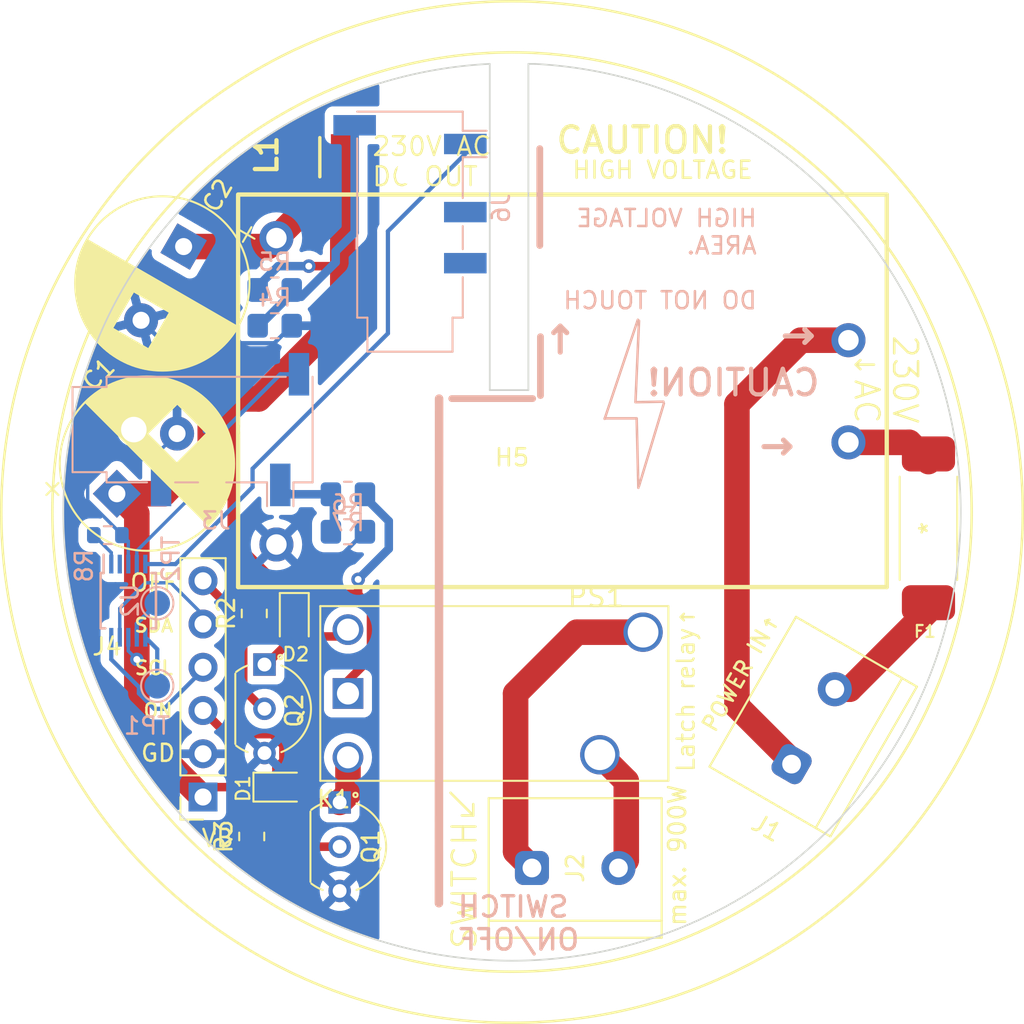
<source format=kicad_pcb>
(kicad_pcb (version 20221018) (generator pcbnew)
  (layers (0 "F.Cu" signal) (31 "B.Cu" signal) (34 "B.Paste" user) (35 "F.Paste" user) (36 "B.SilkS" user "B.Silkscreen") (37 "F.SilkS" user "F.Silkscreen") (38 "B.Mask" user) (39 "F.Mask" user) (44 "Edge.Cuts" user))
  (net 0 "")
  (net 1 "Net-(PS1-+Vout)")
  (net 2 "GND")
  (net 3 "/AC (N)")
  (net 4 "Net-(D1-A)")
  (net 5 "+3V3")
  (net 6 "Net-(D2-A)")
  (net 7 "Net-(J2-Pin_1)")
  (net 8 "Net-(J2-Pin_2)")
  (net 9 "Net-(Q1-B)")
  (net 10 "Net-(Q2-B)")
  (net 11 "/RELAIS_ON")
  (net 12 "/SCL")
  (net 13 "/SDA")
  (net 14 "/RELAIS_OFF")
  (net 15 "/AC (L)")
  (net 16 "Net-(PS1-AC{slash}L)")
  (net 17 "Net-(U2-ADDR)")
  (net 18 "Net-(U2-AIN0)")
  (net 19 "Net-(U2-AIN1)")
  (net 24 "Net-(J3-PadT)")
  (net 26 "Net-(J6-PadS)")
  (net 27 "Net-(U2-AIN2)")
  (net 28 "Net-(U2-AIN3)")
  (footprint "footprint:BC547B" (layer "F.Cu") (at 126.41355 102.4 -90)
    (fp_text reference "Q1" (at 2.6 -1.83645 90) (layer "F.SilkS"))
    (fp_text value "Q_NPN_CBE" hide)
    (pad "1" thru_hole rect (at 0 0 270) (size 1.3208 1.3208) (drill 0.8128) (layers "*.Cu" "*.Mask") (net 4 "Net-(D1-A)"))
    (pad "2" thru_hole circle (at 2.6 0 270) (size 1.3208 1.3208) (drill 0.8128) (layers "*.Cu" "*.Mask") (net 9 "Net-(Q1-B)"))
    (pad "3" thru_hole circle (at 5.2 0 270) (size 1.3208 1.3208) (drill 0.8128) (layers "*.Cu" "*.Mask") (net 2 "GND"))
  )
  (footprint "Resistor_SMD:R_0805_2012Metric_Pad1.20x1.40mm_HandSolder" (layer "F.Cu") (at 121.4 91.3 90)
    (fp_text reference "R2" (at 0 -1.65 90) (layer "F.SilkS"))
    (fp_text value "430Ω")
    (pad "1" smd roundrect (at -1 0 90) (size 1.2 1.4) (layers "F.Cu" "F.Paste" "F.Mask") (roundrect_rratio 0.208333) (net 10 "Net-(Q2-B)"))
    (pad "2" smd roundrect (at 1 0 90) (size 1.2 1.4) (layers "F.Cu" "F.Paste" "F.Mask") (roundrect_rratio 0.208333) (net 14 "/RELAIS_OFF"))
  )
  (footprint "Diode_SMD:D_SOD-323" (layer "F.Cu") (at 123.75 91.6 -90)
    (fp_text reference "D2" (at 2.1 -0.09) (layer "F.SilkS") (effects (font (size 0.8 0.8) (thickness 0.13))))
    (fp_text value "1N4148" hide)
    (pad "1" smd rect (at -1.05 0 270) (size 0.6 0.45) (layers "F.Cu" "F.Paste" "F.Mask") (net 5 "+3V3"))
    (pad "2" smd rect (at 1.05 0 270) (size 0.6 0.45) (layers "F.Cu" "F.Paste" "F.Mask") (net 6 "Net-(D2-A)"))
  )
  (footprint "footprint:Conn_C8269" (layer "F.Cu") (at 140.25 106.25)
    (fp_text reference "J2" (at 0 0 90) (layer "F.SilkS") (effects (font (size 1.002039 1.002039))))
    (fp_text value "ON/OFF switch")
    (pad "1" thru_hole roundrect (at -2.54 0) (size 2 2) (drill 1.1) (layers "*.Cu" "*.Mask") (net 7 "Net-(J2-Pin_1)"))
    (pad "2" thru_hole circle (at 2.54 0) (size 2 2) (drill 1.1) (layers "*.Cu" "*.Mask") (net 8 "Net-(J2-Pin_2)"))
  )
  (footprint "footprint:Conn_C8269" (layer "F.Cu") (at 154.23 97.949705 60)
    (fp_text reference "J1" (at -6.518107 0.610898 150) (layer "F.SilkS") (effects (font (size 1.002039 1.002039))))
    (fp_text value "AC MAINS POWER")
    (pad "1" thru_hole roundrect (at -2.54 0 60) (size 2 2) (drill 1.1) (layers "*.Cu" "*.Mask") (net 3 "/AC (N)"))
    (pad "2" thru_hole circle (at 2.54 0 60) (size 2 2) (drill 1.1) (layers "*.Cu" "*.Mask") (net 15 "/AC (L)"))
  )
  (footprint "Resistor_SMD:R_0805_2012Metric_Pad1.20x1.40mm_HandSolder" (layer "F.Cu") (at 121.25 104.4 90)
    (fp_text reference "R3" (at 0 -1.65 90) (layer "F.SilkS"))
    (fp_text value "430Ω")
    (pad "1" smd roundrect (at -1 0 90) (size 1.2 1.4) (layers "F.Cu" "F.Paste" "F.Mask") (roundrect_rratio 0.208333) (net 9 "Net-(Q1-B)"))
    (pad "2" smd roundrect (at 1 0 90) (size 1.2 1.4) (layers "F.Cu" "F.Paste" "F.Mask") (roundrect_rratio 0.208333) (net 11 "/RELAIS_ON"))
  )
  (footprint "footprint:BC547B" (layer "F.Cu") (at 122 94.3 -90)
    (fp_text reference "Q2" (at 2.7 -1.75 90) (layer "F.SilkS"))
    (fp_text value "Q_NPN_CBE" hide)
    (pad "1" thru_hole rect (at 0 0 270) (size 1.3208 1.3208) (drill 0.8128) (layers "*.Cu" "*.Mask") (net 6 "Net-(D2-A)"))
    (pad "2" thru_hole circle (at 2.6 0 270) (size 1.3208 1.3208) (drill 0.8128) (layers "*.Cu" "*.Mask") (net 10 "Net-(Q2-B)"))
    (pad "3" thru_hole circle (at 5.2 0 270) (size 1.3208 1.3208) (drill 0.8128) (layers "*.Cu" "*.Mask") (net 2 "GND"))
  )
  (footprint "footprint:FH44L-1AT-L2-DC3V" (layer "F.Cu") (at 126.9035 96 90)
    (fp_text reference "K1" (at -6.22 -0.84 180) (layer "F.SilkS"))
    (fp_text value "HF163-F" hide)
    (pad "1" thru_hole circle (at -3.75 0 90) (size 1.8034 1.8034) (drill 1.2954) (layers "*.Cu" "*.Mask") (net 4 "Net-(D1-A)"))
    (pad "2" thru_hole rect (at 0 0 90) (size 1.8034 1.8034) (drill 1.2954) (layers "*.Cu" "*.Mask") (net 5 "+3V3"))
    (pad "3" thru_hole circle (at 3.75 0 90) (size 1.8034 1.8034) (drill 1.2954) (layers "*.Cu" "*.Mask") (net 6 "Net-(D2-A)"))
    (pad "4" thru_hole circle (at 3.6 17.333 90) (size 2.3114 2.3114) (drill 1.8034) (layers "*.Cu" "*.Mask") (net 7 "Net-(J2-Pin_1)"))
    (pad "5" thru_hole circle (at -3.6 14.793 90) (size 2.3114 2.3114) (drill 1.8034) (layers "*.Cu" "*.Mask") (net 8 "Net-(J2-Pin_2)"))
  )
  (footprint "Capacitor_THT:CP_Radial_D10.0mm_P5.00mm" (layer "F.Cu") (at 117.25 69.75 -120)
    (fp_text reference "C2" (at -3.598076 -0.232051 60) (layer "F.SilkS"))
    (fp_text value "470uF")
    (pad "1" thru_hole rect (at 0 0 240) (size 2 2) (drill 1) (layers "*.Cu" "*.Mask") (net 1 "Net-(PS1-+Vout)"))
    (pad "2" thru_hole circle (at 5 0 240) (size 2 2) (drill 1) (layers "*.Cu" "*.Mask") (net 2 "GND"))
  )
  (footprint "footprint:0443001.DR" (layer "F.Cu") (at 161 86.3 90)
    (fp_text reference "F1" (at -6.06 -0.21) (layer "F.SilkS") (effects (font (size 0.7 0.7) (thickness 0.13))))
    (fp_text value "Fuse" hide)
    (fp_text user "*" (at 0 0 90) (layer "F.SilkS"))
    (pad "1" smd roundrect (at -4.3688 0 90) (size 2.0574 3.1242) (layers "F.Cu" "F.Paste" "F.Mask") (net 15 "/AC (L)"))
    (pad "2" smd roundrect (at 4.3688 0 90) (size 2.0574 3.1242) (layers "F.Cu" "F.Paste" "F.Mask") (net 16 "Net-(PS1-AC{slash}L)"))
  )
  (footprint "Diode_SMD:D_SOD-323" (layer "F.Cu") (at 122.85 101.5)
    (fp_text reference "D1" (at -2.11 0.09 90) (layer "F.SilkS") (effects (font (size 0.8 0.8) (thickness 0.13))))
    (fp_text value "1N4148")
    (pad "1" smd rect (at -1.05 0) (size 0.6 0.45) (layers "F.Cu" "F.Paste" "F.Mask") (net 5 "+3V3"))
    (pad "2" smd rect (at 1.05 0) (size 0.6 0.45) (layers "F.Cu" "F.Paste" "F.Mask") (net 4 "Net-(D1-A)"))
  )
  (footprint "Capacitor_THT:CP_Radial_D10.0mm_P5.00mm" (layer "F.Cu") (at 113.328546 84.267767 45)
    (fp_text reference "C1" (at 4.199663 -5.724958 45) (layer "F.SilkS"))
    (fp_text value "470uF")
    (pad "1" thru_hole rect (at 0 0 45) (size 2 2) (drill 1) (layers "*.Cu" "*.Mask") (net 5 "+3V3"))
    (pad "2" thru_hole circle (at 5 0 45) (size 2 2) (drill 1) (layers "*.Cu" "*.Mask") (net 2 "GND"))
  )
  (footprint "footprint:IND_BRL3225T4R7M" (layer "F.Cu") (at 125.25 64.5)
    (fp_text reference "L1" (at -3.12 -0.12 90) (layer "F.SilkS") (effects (font (size 1.27 1.27) (thickness 0.254))))
    (fp_text value "L" hide)
    (pad "1" smd rect (at -1.35 0) (size 1.4 2.7) (layers "F.Cu" "F.Paste" "F.Mask") (net 1 "Net-(PS1-+Vout)"))
    (pad "2" smd rect (at 1.35 0) (size 1.4 2.7) (layers "F.Cu" "F.Paste" "F.Mask") (net 5 "+3V3"))
  )
  (footprint "Connector_PinSocket_2.54mm:PinSocket_1x06_P2.54mm_Vertical" (layer "F.Cu") (at 118.3892 102.0817 180)
    (fp_text reference "J4" (at 5.6392 8.8317) (layer "F.SilkS"))
    (fp_text value "Conn_01x06_Pin")
    (pad "1" thru_hole rect (at 0 0 180) (size 1.7 1.7) (drill 1) (layers "*.Cu" "*.Mask") (net 5 "+3V3"))
    (pad "2" thru_hole oval (at 0 2.54 180) (size 1.7 1.7) (drill 1) (layers "*.Cu" "*.Mask") (net 2 "GND"))
    (pad "3" thru_hole oval (at 0 5.08 180) (size 1.7 1.7) (drill 1) (layers "*.Cu" "*.Mask") (net 11 "/RELAIS_ON"))
    (pad "4" thru_hole oval (at 0 7.62 180) (size 1.7 1.7) (drill 1) (layers "*.Cu" "*.Mask") (net 12 "/SCL"))
    (pad "5" thru_hole oval (at 0 10.16 180) (size 1.7 1.7) (drill 1) (layers "*.Cu" "*.Mask") (net 13 "/SDA"))
    (pad "6" thru_hole oval (at 0 12.7 180) (size 1.7 1.7) (drill 1) (layers "*.Cu" "*.Mask") (net 14 "/RELAIS_OFF"))
  )
  (footprint "tp4056:PWRM-TH_HLK-5M05" (layer "F.Cu") (at 139.5 78.25 180)
    (fp_text reference "PS1" (at -0.218 -12.082 180) (layer "F.SilkS") (effects (font (size 1.143 1.143) (thickness 0.152)) (justify left)))
    (fp_text value "HLK-PM03" hide)
    (pad "1" thru_hole circle (at -16.8 -3 180) (size 2 2) (drill 1.2) (layers "*.Cu" "*.Paste" "*.Mask") (net 16 "Net-(PS1-AC{slash}L)"))
    (pad "2" thru_hole circle (at -16.8 3 180) (size 2 2) (drill 1.2) (layers "*.Cu" "*.Paste" "*.Mask") (net 3 "/AC (N)"))
    (pad "3" thru_hole circle (at 16.8 -9 180) (size 2 2) (drill 1.2) (layers "*.Cu" "*.Paste" "*.Mask") (net 2 "GND"))
    (pad "4" thru_hole circle (at 16.8 9 180) (size 2 2) (drill 1.2) (layers "*.Cu" "*.Paste" "*.Mask") (net 1 "Net-(PS1-+Vout)"))
  )
  (footprint "MountingHole:MountingHole_2.1mm" (layer "F.Cu") (at 136.5392 85.3421)
    (fp_text reference "H5" (at 0 -3.2) (layer "F.SilkS"))
    (fp_text value "MountingHole")
    (pad "" np_thru_hole circle (at 0 0) (size 2.1 2.1) (drill 2.1) (layers "*.Cu" "*.Mask"))
  )
  (footprint "TestPoint:TestPoint_Pad_D1.5mm" (layer "B.Cu") (at 115.7 95.55 180)
    (fp_text reference "TP1" (at 0.6 -2.35) (layer "B.SilkS") (effects (justify mirror)))
    (fp_text value "TestPoint")
    (pad "1" smd circle (at 0 0 180) (size 1.5 1.5) (layers "B.Cu" "B.Mask") (net 27 "Net-(U2-AIN2)"))
  )
  (footprint "Resistor_SMD:R_0805_2012Metric_Pad1.20x1.40mm_HandSolder" (layer "B.Cu") (at 126.9 86.5 180)
    (fp_text reference "R6" (at 0 1.65) (layer "B.SilkS") (effects (justify mirror)))
    (fp_text value "430Ω")
    (pad "1" smd roundrect (at -1 0 180) (size 1.2 1.4) (layers "B.Cu" "B.Paste" "B.Mask") (roundrect_rratio 0.208333) (net 2 "GND"))
    (pad "2" smd roundrect (at 1 0 180) (size 1.2 1.4) (layers "B.Cu" "B.Paste" "B.Mask") (roundrect_rratio 0.208333) (net 24 "Net-(J3-PadT)"))
  )
  (footprint "Connector_Audio:Jack_3.5mm_PJ320D_Horizontal" (layer "B.Cu") (at 119.1 80.5)
    (fp_text reference "J3" (at 0.05 5.35) (layer "B.SilkS") (effects (justify mirror)))
    (fp_text value "AudioJack4")
    (pad "" np_thru_hole circle (at -4.775 0) (size 1.5 1.5) (drill 1.5) (layers "*.Cu" "*.Mask"))
    (pad "" np_thru_hole circle (at 2.225 0) (size 1.5 1.5) (drill 1.5) (layers "*.Cu" "*.Mask"))
    (pad "R1" smd rect (at -0.175 3.25) (size 1.2 2.5) (layers "B.Cu" "B.Paste" "B.Mask"))
    (pad "R2" smd rect (at -3.175 3.25) (size 1.2 2.5) (layers "B.Cu" "B.Paste" "B.Mask"))
    (pad "S" smd rect (at 4.925 -3.25) (size 1.2 2.5) (layers "B.Cu" "B.Paste" "B.Mask") (net 18 "Net-(U2-AIN0)"))
    (pad "T" smd rect (at 3.825 3.25) (size 1.2 2.5) (layers "B.Cu" "B.Paste" "B.Mask") (net 24 "Net-(J3-PadT)"))
  )
  (footprint "Resistor_SMD:R_0603_1608Metric" (layer "B.Cu") (at 112.8 86.7)
    (fp_text reference "R8" (at -1.4 1.8 90) (layer "B.SilkS") (effects (justify mirror)))
    (fp_text value "19k")
    (pad "1" smd roundrect (at -0.825 0) (size 0.8 0.95) (layers "B.Cu" "B.Paste" "B.Mask") (net 17 "Net-(U2-ADDR)"))
    (pad "2" smd roundrect (at 0.825 0) (size 0.8 0.95) (layers "B.Cu" "B.Paste" "B.Mask") (net 2 "GND"))
  )
  (footprint "Resistor_SMD:R_0805_2012Metric_Pad1.20x1.40mm_HandSolder" (layer "B.Cu") (at 126.9 84.3)
    (fp_text reference "R7" (at 0 1.65 180) (layer "B.SilkS") (effects (justify mirror)))
    (fp_text value "430Ω")
    (pad "1" smd roundrect (at -1 0) (size 1.2 1.4) (layers "B.Cu" "B.Paste" "B.Mask") (roundrect_rratio 0.208333) (net 24 "Net-(J3-PadT)"))
    (pad "2" smd roundrect (at 1 0) (size 1.2 1.4) (layers "B.Cu" "B.Paste" "B.Mask") (roundrect_rratio 0.208333) (net 5 "+3V3"))
  )
  (footprint "Package_SO:TSSOP-10_3x3mm_P0.5mm" (layer "B.Cu") (at 114 90.55 -90)
    (fp_text reference "U2" (at 0 -0.1 -270) (layer "B.SilkS") (effects (justify mirror)))
    (fp_text value "ADS1115IDGS")
    (pad "1" smd rect (at -2.15 1 270) (size 1.1 0.25) (layers "B.Cu" "B.Paste" "B.Mask") (net 17 "Net-(U2-ADDR)"))
    (pad "2" smd rect (at -2.15 0.5 270) (size 1.1 0.25) (layers "B.Cu" "B.Paste" "B.Mask"))
    (pad "3" smd rect (at -2.15 0 270) (size 1.1 0.25) (layers "B.Cu" "B.Paste" "B.Mask") (net 2 "GND"))
    (pad "4" smd rect (at -2.15 -0.5 270) (size 1.1 0.25) (layers "B.Cu" "B.Paste" "B.Mask") (net 18 "Net-(U2-AIN0)"))
    (pad "5" smd rect (at -2.15 -1 270) (size 1.1 0.25) (layers "B.Cu" "B.Paste" "B.Mask") (net 19 "Net-(U2-AIN1)"))
    (pad "6" smd rect (at 2.15 -1 270) (size 1.1 0.25) (layers "B.Cu" "B.Paste" "B.Mask") (net 27 "Net-(U2-AIN2)"))
    (pad "7" smd rect (at 2.15 -0.5 270) (size 1.1 0.25) (layers "B.Cu" "B.Paste" "B.Mask") (net 28 "Net-(U2-AIN3)"))
    (pad "8" smd rect (at 2.15 0 270) (size 1.1 0.25) (layers "B.Cu" "B.Paste" "B.Mask") (net 5 "+3V3"))
    (pad "9" smd rect (at 2.15 0.5 270) (size 1.1 0.25) (layers "B.Cu" "B.Paste" "B.Mask") (net 13 "/SDA"))
    (pad "10" smd rect (at 2.15 1 270) (size 1.1 0.25) (layers "B.Cu" "B.Paste" "B.Mask") (net 12 "/SCL"))
  )
  (footprint "Resistor_SMD:R_0805_2012Metric_Pad1.20x1.40mm_HandSolder" (layer "B.Cu") (at 122.6 74.4 180)
    (fp_text reference "R4" (at 0 1.65) (layer "B.SilkS") (effects (justify mirror)))
    (fp_text value "430Ω")
    (pad "1" smd roundrect (at -1 0 180) (size 1.2 1.4) (layers "B.Cu" "B.Paste" "B.Mask") (roundrect_rratio 0.208333) (net 2 "GND"))
    (pad "2" smd roundrect (at 1 0 180) (size 1.2 1.4) (layers "B.Cu" "B.Paste" "B.Mask") (roundrect_rratio 0.208333) (net 26 "Net-(J6-PadS)"))
  )
  (footprint "TestPoint:TestPoint_Pad_D1.5mm" (layer "B.Cu") (at 115.7 90.7 180)
    (fp_text reference "TP2" (at -0.8 2.6 90) (layer "B.SilkS") (effects (justify mirror)))
    (fp_text value "TestPoint")
    (pad "1" smd circle (at 0 0 180) (size 1.5 1.5) (layers "B.Cu" "B.Mask") (net 28 "Net-(U2-AIN3)"))
  )
  (footprint "Resistor_SMD:R_0805_2012Metric_Pad1.20x1.40mm_HandSolder" (layer "B.Cu") (at 122.6 72.3 180)
    (fp_text reference "R5" (at 0 1.65) (layer "B.SilkS") (effects (justify mirror)))
    (fp_text value "430Ω")
    (pad "1" smd roundrect (at -1 0 180) (size 1.2 1.4) (layers "B.Cu" "B.Paste" "B.Mask") (roundrect_rratio 0.208333) (net 26 "Net-(J6-PadS)"))
    (pad "2" smd roundrect (at 1 0 180) (size 1.2 1.4) (layers "B.Cu" "B.Paste" "B.Mask") (roundrect_rratio 0.208333) (net 5 "+3V3"))
  )
  (footprint "Connector_Audio:Jack_3.5mm_PJ320D_Horizontal" (layer "B.Cu") (at 130.545113 67.549791 90)
    (fp_text reference "J6" (at 0.05 5.35 90) (layer "B.SilkS") (effects (justify mirror)))
    (fp_text value "AudioJack4")
    (pad "" np_thru_hole circle (at -4.775 0 90) (size 1.5 1.5) (drill 1.5) (layers "*.Cu" "*.Mask"))
    (pad "" np_thru_hole circle (at 2.225 0 90) (size 1.5 1.5) (drill 1.5) (layers "*.Cu" "*.Mask"))
    (pad "R1" smd rect (at -0.175 3.25 90) (size 1.2 2.5) (layers "B.Cu" "B.Paste" "B.Mask"))
    (pad "R2" smd rect (at -3.175 3.25 90) (size 1.2 2.5) (layers "B.Cu" "B.Paste" "B.Mask"))
    (pad "S" smd rect (at 4.925 -3.25 90) (size 1.2 2.5) (layers "B.Cu" "B.Paste" "B.Mask") (net 26 "Net-(J6-PadS)"))
    (pad "T" smd rect (at 3.825 3.25 90) (size 1.2 2.5) (layers "B.Cu" "B.Paste" "B.Mask") (net 19 "Net-(U2-AIN1)"))
  )
  (gr_line (start 138.17 69.685) (end 138.17 64) (stroke (width 0.4)) (layer "B.SilkS"))
  (gr_line (start 138.21 78.5) (end 138.21 75.045) (stroke (width 0.4)) (layer "B.SilkS"))
  (gr_line (start 145.43 78.86) (end 143.86 78.89) (stroke (width 0.15)) (layer "B.SilkS"))
  (gr_line (start 143.93 74.05) (end 141.98 79.87) (stroke (width 0.15)) (layer "B.SilkS"))
  (gr_line (start 143.86 79.84) (end 143.96 83.92) (stroke (width 0.15)) (layer "B.SilkS"))
  (gr_line (start 137.75 78.68) (end 133 78.68) (stroke (width 0.4)) (layer "B.SilkS"))
  (gr_line (start 144 83.81) (end 145.46 78.96) (stroke (width 0.15)) (layer "B.SilkS"))
  (gr_line (start 141.98 79.84) (end 143.82 79.84) (stroke (width 0.15)) (layer "B.SilkS"))
  (gr_line (start 132.245 108.32) (end 132.255 78.68) (stroke (width 0.5)) (layer "B.SilkS"))
  (gr_line (start 143.79 78.89) (end 144 74.11) (stroke (width 0.15)) (layer "B.SilkS"))
  (gr_circle (center 136.5392 85.3421) (end 166.5392 85.3421) (stroke (width 0.15)) (fill none) (layer "F.SilkS"))
  (gr_circle (center 136.5392 85.3421) (end 163.5392 85.3421) (stroke (width 0.15)) (fill none) (layer "F.SilkS"))
  (gr_line (start 135.23 78.1812) (end 135.23 59.02) (stroke (width 0.1)) (layer "Edge.Cuts"))
  (gr_arc (start 137.88918 59.022062) (mid 136.518744 111.696653) (end 135.23 59.02) (stroke (width 0.1)) (layer "Edge.Cuts"))
  (gr_line (start 137.5 59.022062) (end 137.5 78.1812) (stroke (width 0.1)) (layer "Edge.Cuts"))
  (gr_line (start 137.5 78.1812) (end 135.23 78.1812) (stroke (width 0.1)) (layer "Edge.Cuts"))
  (gr_line (start 137.88918 59.022062) (end 137.5 59.022062) (stroke (width 0.1)) (layer "Edge.Cuts"))
  (gr_text "↑" (at 152.25 81.5 -90) (layer "B.SilkS") (effects (font (size 2 2) (thickness 0.3)) (justify mirror)))
  (gr_text "↑" (at 139.37 75.04) (layer "B.SilkS") (effects (font (size 2 2) (thickness 0.3)) (justify mirror)))
  (gr_text "HIGH VOLTAGE\nAREA.\n\nDO NOT TOUCH" (at 151 70.5) (layer "B.SilkS") (effects (font (size 1 1)) (justify left mirror)))
  (gr_text "↑" (at 153.5 75 -90) (layer "B.SilkS") (effects (font (size 2 2) (thickness 0.3)) (justify mirror)))
  (gr_text "SWITCH\nON/OFF" (at 133.25 109.5) (layer "B.SilkS") (effects (font (size 1.2 1.2) (thickness 0.2)) (justify right mirror)))
  (gr_text "CAUTION!" (at 154.75 77.75) (layer "B.SilkS") (effects (font (size 1.5 1.5) (thickness 0.25)) (justify left mirror)))
  (gr_text "SWITCH" (at 133.75 107.25 90) (layer "F.SilkS") (effects (font (size 1.4 1.4))))
  (gr_text "POWER IN↑" (at 150 94.75 60) (layer "F.SilkS") (effects (font (size 0.9 0.9))))
  (gr_text "Latch relay↑" (at 146.75 95.75 90) (layer "F.SilkS") (effects (font (size 1 1) (thickness 0.14))))
  (gr_text "ON" (at 115.75 97) (layer "F.SilkS") (effects (font (size 0.8 0.8))))
  (gr_text "VB" (at 119.25 104.5) (layer "F.SilkS") (effects (font (size 1 1))))
  (gr_text "230V AC\nDC OUT" (at 128.25 64.75) (layer "F.SilkS") (effects (font (size 1.1 1.1) (thickness 0.14)) (justify left)))
  (gr_text "HIGH VOLTAGE" (at 140 65.25) (layer "F.SilkS") (effects (font (size 1 1)) (justify left)))
  (gr_text "230V\n↓AC" (at 158.5 80.25 -90) (layer "F.SilkS") (effects (font (size 1.4 1.4)) (justify right)))
  (gr_text "CAUTION!" (at 139 63.5) (layer "F.SilkS") (effects (font (size 1.5 1.5) (thickness 0.25)) (justify left)))
  (gr_text "SCL" (at 115.5 94.5) (layer "F.SilkS") (effects (font (size 0.8 0.8))))
  (gr_text "max. 900W" (at 146.25 105.5 90) (layer "F.SilkS") (effects (font (size 1 1))))
  (gr_text "↗" (at 133.75 102.5 -90) (layer "F.SilkS") (effects (font (size 2 2))))
  (gr_text "GD" (at 115.75 99.5) (layer "F.SilkS") (effects (font (size 1 1))))
  (gr_text "OFF" (at 115.5 89.5) (layer "F.SilkS") (effects (font (size 1 1))))
  (gr_text "SDA" (at 115.5 92) (layer "F.SilkS") (effects (font (size 0.8 0.8))))
  (segment (start 117.25 69.75) (end 122.2 69.75) (width 1.5) (layer "F.Cu") (net 1))
  (segment (start 123.9 64.5) (end 123.9 68.05) (width 1.5) (layer "F.Cu") (net 1))
  (segment (start 123.9 68.05) (end 122.7 69.25) (width 1.5) (layer "F.Cu") (net 1))
  (segment (start 122.2 69.75) (end 122.7 69.25) (width 1.5) (layer "F.Cu") (net 1))
  (segment (start 111.614332 84.664332) (end 111.614332 82.885668) (width 0.2) (layer "B.Cu") (net 2))
  (segment (start 123.6 74.4) (end 122.575 75.425) (width 0.25) (layer "B.Cu") (net 2))
  (segment (start 114 87.05) (end 113.45 86.5) (width 0.2) (layer "B.Cu") (net 2))
  (segment (start 126.15 88.25) (end 123.7 88.25) (width 0.25) (layer "B.Cu") (net 2))
  (segment (start 115.996313 81.6) (end 116.86408 80.732233) (width 0.2) (layer "B.Cu") (net 2))
  (segment (start 114 88.4) (end 114 87.05) (width 0.2) (layer "B.Cu") (net 2))
  (segment (start 111.614332 82.885668) (end 112.9 81.6) (width 0.2) (layer "B.Cu") (net 2))
  (segment (start 122.575 75.425) (end 116.094873 75.425) (width 0.25) (layer "B.Cu") (net 2))
  (segment (start 113.45 86.5) (end 111.614332 84.664332) (width 0.2) (layer "B.Cu") (net 2))
  (segment (start 112.9 81.6) (end 115.996313 81.6) (width 0.2) (layer "B.Cu") (net 2))
  (segment (start 116.094873 75.425) (end 114.75 74.080127) (width 0.25) (layer "B.Cu") (net 2))
  (segment (start 127.9 86.5) (end 126.15 88.25) (width 0.25) (layer "B.Cu") (net 2))
  (segment (start 123.7 88.25) (end 122.7 87.25) (width 0.25) (layer "B.Cu") (net 2))
  (segment (start 152.96 99.96) (end 149.75 96.75) (width 1.5) (layer "F.Cu") (net 3))
  (segment (start 153.5 75.25) (end 156.3 75.25) (width 1.5) (layer "F.Cu") (net 3))
  (segment (start 149.75 96.75) (end 149.75 79) (width 1.5) (layer "F.Cu") (net 3))
  (segment (start 149.75 79) (end 153.5 75.25) (width 1.5) (layer "F.Cu") (net 3))
  (segment (start 152.96 100.14941) (end 152.96 99.96) (width 1.5) (layer "F.Cu") (net 3))
  (segment (start 126.9035 99.75) (end 126.9035 101.91005) (width 1.5) (layer "F.Cu") (net 4))
  (segment (start 126.9035 101.91005) (end 126.41355 102.4) (width 1.5) (layer "F.Cu") (net 4))
  (segment (start 124.95 102.4) (end 124.05 101.5) (width 0.5) (layer "F.Cu") (net 4))
  (segment (start 126.41355 102.4) (end 124.95 102.4) (width 0.5) (layer "F.Cu") (net 4))
  (segment (start 126.6 73.75403) (end 126.6 71) (width 1.5) (layer "F.Cu") (net 5))
  (segment (start 114.5 98.243826) (end 114.5 85.439221) (width 1.5) (layer "F.Cu") (net 5))
  (segment (start 127.463393 90.1483) (end 128.2552 90.940107) (width 0.5) (layer "F.Cu") (net 5))
  (segment (start 126.5 70.9) (end 126.6 71) (width 0.5) (layer "F.Cu") (net 5))
  (segment (start 121.65403 78.7) (end 126.6 73.75403) (width 1.5) (layer "F.Cu") (net 5))
  (segment (start 113.328546 84.267767) (end 116.086263 84.267767) (width 1.5) (layer "F.Cu") (net 5))
  (segment (start 116.086263 84.267767) (end 118.81408 81.53995) (width 1.5) (layer "F.Cu") (net 5))
  (segment (start 120.075 79.125) (end 120.075 86.875) (width 0.5) (layer "F.Cu") (net 5))
  (segment (start 120.5 78.7) (end 120.075 79.125) (width 0.5) (layer "F.Cu") (net 5))
  (segment (start 126.6 71) (end 126.6 64.5) (width 1.5) (layer "F.Cu") (net 5))
  (segment (start 118.337874 102.0817) (end 114.5 98.243826) (width 1.5) (layer "F.Cu") (net 5))
  (segment (start 128.2552 90.940107) (end 128.2552 93.8983) (width 0.5) (layer "F.Cu") (net 5))
  (segment (start 123.75 90.55) (end 124.1517 90.1483) (width 0.5) (layer "F.Cu") (net 5))
  (segment (start 118.81408 80.38592) (end 120.5 78.7) (width 1.5) (layer "F.Cu") (net 5))
  (segment (start 121.95 101.5) (end 118.9709 101.5) (width 0.5) (layer "F.Cu") (net 5))
  (segment (start 114.5 85.439221) (end 113.328546 84.267767) (width 1.5) (layer "F.Cu") (net 5))
  (segment (start 128.2552 93.8983) (end 126.9035 95.25) (width 0.5) (layer "F.Cu") (net 5))
  (segment (start 120.5 78.7) (end 121.65403 78.7) (width 1.5) (layer "F.Cu") (net 5))
  (segment (start 118.9709 101.5) (end 118.3892 102.0817) (width 0.5) (layer "F.Cu") (net 5))
  (segment (start 124.6 70.9) (end 126.5 70.9) (width 0.5) (layer "F.Cu") (net 5))
  (segment (start 127.5 89.3) (end 127.5 90.111693) (width 0.5) (layer "F.Cu") (net 5))
  (segment (start 118.81408 81.53995) (end 118.81408 80.38592) (width 1.5) (layer "F.Cu") (net 5))
  (segment (start 118.3892 102.0817) (end 118.337874 102.0817) (width 1.5) (layer "F.Cu") (net 5))
  (segment (start 127.5 90.111693) (end 127.463393 90.1483) (width 0.5) (layer "F.Cu") (net 5))
  (segment (start 120.075 86.875) (end 123.75 90.55) (width 0.5) (layer "F.Cu") (net 5))
  (segment (start 124.1517 90.1483) (end 127.463393 90.1483) (width 0.5) (layer "F.Cu") (net 5))
  (via (at 114.5 94) (size 0.8) (drill 0.4) (layers "F.Cu" "B.Cu") (net 5))
  (via (at 124.6 70.9) (size 0.8) (drill 0.4) (layers "F.Cu" "B.Cu") (net 5))
  (via (at 127.5 89.3) (size 0.8) (drill 0.4) (layers "F.Cu" "B.Cu") (net 5))
  (segment (start 114 93.5) (end 114.5 94) (width 0.2) (layer "B.Cu") (net 5))
  (segment (start 121.75 71.95) (end 122.8 70.9) (width 0.5) (layer "B.Cu") (net 5))
  (segment (start 129.3 85.875) (end 129.3 87.5) (width 0.5) (layer "B.Cu") (net 5))
  (segment (start 121.75 72.7) (end 121.75 71.95) (width 0.5) (layer "B.Cu") (net 5))
  (segment (start 127.725 84.3) (end 129.3 85.875) (width 0.5) (layer "B.Cu") (net 5))
  (segment (start 114 92.7) (end 114 93.5) (width 0.2) (layer "B.Cu") (net 5))
  (segment (start 122.8 70.9) (end 124.6 70.9) (width 0.5) (layer "B.Cu") (net 5))
  (segment (start 129.3 87.5) (end 127.5 89.3) (width 0.5) (layer "B.Cu") (net 5))
  (segment (start 123.75 92.65) (end 126.5035 92.65) (width 0.5) (layer "F.Cu") (net 6))
  (segment (start 126.5035 92.65) (end 126.9035 92.25) (width 0.5) (layer "F.Cu") (net 6))
  (segment (start 122.41355 94.3) (end 122.41355 93.98645) (width 0.5) (layer "F.Cu") (net 6))
  (segment (start 122.41355 93.98645) (end 123.75 92.65) (width 0.5) (layer "F.Cu") (net 6))
  (segment (start 140.35 92.4) (end 144.2365 92.4) (width 1.5) (layer "F.Cu") (net 7))
  (segment (start 136.75 105.29) (end 136.75 96) (width 1.5) (layer "F.Cu") (net 7))
  (segment (start 137.71 106.25) (end 136.75 105.29) (width 1.5) (layer "F.Cu") (net 7))
  (segment (start 136.75 96) (end 140.35 92.4) (width 1.5) (layer "F.Cu") (net 7))
  (segment (start 143.25 105.79) (end 142.79 106.25) (width 1.5) (layer "F.Cu") (net 8))
  (segment (start 141.6965 99.6) (end 143.25 101.1535) (width 1.5) (layer "F.Cu") (net 8))
  (segment (start 143.25 101.1535) (end 143.25 105.79) (width 1.5) (layer "F.Cu") (net 8))
  (segment (start 121.25 105.325) (end 121.575 105) (width 0.5) (layer "F.Cu") (net 9))
  (segment (start 121.575 105) (end 126.41355 105) (width 0.5) (layer "F.Cu") (net 9))
  (segment (start 121.9 96.9) (end 120.75 95.75) (width 0.5) (layer "F.Cu") (net 10))
  (segment (start 120.75 93.15) (end 121.5 92.4) (width 0.5) (layer "F.Cu") (net 10))
  (segment (start 120.75 95.75) (end 120.75 93.15) (width 0.5) (layer "F.Cu") (net 10))
  (segment (start 121.25 103.675) (end 122.7 102.225) (width 0.5) (layer "F.Cu") (net 11))
  (segment (start 122.7 102.225) (end 122.7 100.370343) (width 0.5) (layer "F.Cu") (net 11))
  (segment (start 123.1104 99.959943) (end 123.1104 99.040057) (width 0.5) (layer "F.Cu") (net 11))
  (segment (start 122.459943 98.3896) (end 119.7771 98.3896) (width 0.5) (layer "F.Cu") (net 11))
  (segment (start 119.7771 98.3896) (end 118.3892 97.0017) (width 0.5) (layer "F.Cu") (net 11))
  (segment (start 123.1104 99.040057) (end 122.459943 98.3896) (width 0.5) (layer "F.Cu") (net 11))
  (segment (start 122.7 100.370343) (end 123.1104 99.959943) (width 0.5) (layer "F.Cu") (net 11))
  (segment (start 115.52972 96.9) (end 114.625 95.99528) (width 0.25) (layer "B.Cu") (net 12))
  (segment (start 116.1 96.9) (end 115.52972 96.9) (width 0.25) (layer "B.Cu") (net 12))
  (segment (start 114.625 95.99528) (end 114.625 95.625) (width 0.25) (layer "B.Cu") (net 12))
  (segment (start 118.3892 94.6108) (end 116.1 96.9) (width 0.25) (layer "B.Cu") (net 12))
  (segment (start 118.3892 94.4617) (end 118.3892 94.6108) (width 0.25) (layer "B.Cu") (net 12))
  (segment (start 113 94) (end 113 92.7) (width 0.25) (layer "B.Cu") (net 12))
  (segment (start 114.625 95.625) (end 113 94) (width 0.25) (layer "B.Cu") (net 12))
  (segment (start 113.5 92.7) (end 113.5 91) (width 0.2) (layer "B.Cu") (net 13))
  (segment (start 116.5 89.5) (end 118.3892 91.3892) (width 0.2) (layer "B.Cu") (net 13))
  (segment (start 118.3892 91.3892) (end 118.3892 91.9217) (width 0.2) (layer "B.Cu") (net 13))
  (segment (start 113.5 91) (end 115 89.5) (width 0.2) (layer "B.Cu") (net 13))
  (segment (start 115 89.5) (end 116.5 89.5) (width 0.2) (layer "B.Cu") (net 13))
  (segment (start 120.925 90.75) (end 119.7575 90.75) (width 0.5) (layer "F.Cu") (net 14))
  (segment (start 119.7575 90.75) (end 118.3892 89.3817) (width 0.5) (layer "F.Cu") (net 14))
  (segment (start 155.5 95.75) (end 156.3688 95.75) (width 1.5) (layer "F.Cu") (net 15))
  (segment (start 156.3688 95.75) (end 161 91.1188) (width 1.5) (layer "F.Cu") (net 15))
  (segment (start 159.8688 81.25) (end 161 82.3812) (width 1.5) (layer "F.Cu") (net 16))
  (segment (start 156.3 81.25) (end 159.8688 81.25) (width 1.5) (layer "F.Cu") (net 16))
  (segment (start 113 88.4) (end 113 87.725) (width 0.2) (layer "B.Cu") (net 17))
  (segment (start 113 87.725) (end 111.975 86.7) (width 0.2) (layer "B.Cu") (net 17))
  (segment (start 117.4 84.725) (end 117.4 84.6) (width 0.2) (layer "B.Cu") (net 18))
  (segment (start 114.5 87.625) (end 117.4 84.725) (width 0.2) (layer "B.Cu") (net 18))
  (segment (start 117.4 84.6) (end 117.4 82.775) (width 0.25) (layer "B.Cu") (net 18))
  (segment (start 117.4 82.775) (end 122.925 77.25) (width 0.25) (layer "B.Cu") (net 18))
  (segment (start 114.5 88.4) (end 114.5 87.625) (width 0.2) (layer "B.Cu") (net 18))
  (segment (start 117.4 84.775) (end 117.4 84.6) (width 0.25) (layer "B.Cu") (net 18))
  (segment (start 122.925 77.25) (end 124.025 77.25) (width 0.25) (layer "B.Cu") (net 18))
  (segment (start 133.795113 64.304887) (end 129.25 68.85) (width 0.25) (layer "B.Cu") (net 19))
  (segment (start 116.775 88.4) (end 115 88.4) (width 0.25) (layer "B.Cu") (net 19))
  (segment (start 121.3 83.875) (end 116.775 88.4) (width 0.25) (layer "B.Cu") (net 19))
  (segment (start 129.25 74.85) (end 121.3 82.8) (width 0.25) (layer "B.Cu") (net 19))
  (segment (start 129.25 68.85) (end 129.25 74.85) (width 0.25) (layer "B.Cu") (net 19))
  (segment (start 121.3 82.8) (end 121.3 83.875) (width 0.25) (layer "B.Cu") (net 19))
  (segment (start 133.795113 63.724791) (end 133.795113 64.304887) (width 0.25) (layer "B.Cu") (net 19))
  (segment (start 123.475 84.3) (end 122.925 83.75) (width 0.5) (layer "B.Cu") (net 24))
  (segment (start 126.075 84.3) (end 126.075 86.5) (width 0.5) (layer "B.Cu") (net 24))
  (segment (start 126.075 84.3) (end 123.475 84.3) (width 0.5) (layer "B.Cu") (net 24))
  (segment (start 121.775 74.4) (end 121.775 74.325) (width 0.5) (layer "B.Cu") (net 26))
  (segment (start 121.775 74.325) (end 123.4 72.7) (width 0.5) (layer "B.Cu") (net 26))
  (segment (start 124.153942 72.7) (end 126.182885 70.671057) (width 0.5) (layer "B.Cu") (net 26))
  (segment (start 126.182885 70.671057) (end 126.182885 70.03255) (width 0.5) (layer "B.Cu") (net 26))
  (segment (start 126.182885 70.03255) (end 127.295113 68.920322) (width 0.5) (layer "B.Cu") (net 26))
  (segment (start 123.4 72.7) (end 124.153942 72.7) (width 0.5) (layer "B.Cu") (net 26))
  (segment (start 127.295113 68.920322) (end 127.295113 62.624791) (width 0.5) (layer "B.Cu") (net 26))
  (segment (start 115 92.7) (end 115.7 93.4) (width 0.25) (layer "B.Cu") (net 27))
  (segment (start 115.7 93.4) (end 115.7 95.2) (width 0.25) (layer "B.Cu") (net 27))
  (segment (start 114.5 91.9) (end 115.7 90.7) (width 0.25) (layer "B.Cu") (net 28))
  (segment (start 114.5 92.7) (end 114.5 91.9) (width 0.25) (layer "B.Cu") (net 28))
  (zone (net 2) (net_name "GND") (layer "B.Cu") (connect_pads (clearance 0.508)) (min_thickness 0.254) (fill yes (thermal_gap 0.508) (thermal_bridge_width 0.508))
    (polygon (pts (xy 128.75 58.75) (xy 128.75 92.5) (xy 128.75 112.25) (xy 106.869743 100.253552) (xy 107.23 71.87) (xy 123.64 60.05)))
  )
)
</source>
